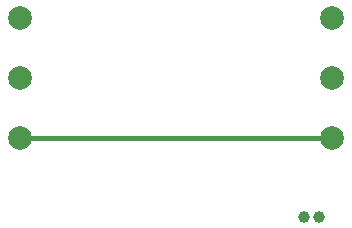
<source format=gbr>
%TF.GenerationSoftware,KiCad,Pcbnew,7.0.10*%
%TF.CreationDate,2024-04-17T22:46:39-04:00*%
%TF.ProjectId,kill-switch,6b696c6c-2d73-4776-9974-63682e6b6963,rev?*%
%TF.SameCoordinates,Original*%
%TF.FileFunction,Copper,L2,Bot*%
%TF.FilePolarity,Positive*%
%FSLAX46Y46*%
G04 Gerber Fmt 4.6, Leading zero omitted, Abs format (unit mm)*
G04 Created by KiCad (PCBNEW 7.0.10) date 2024-04-17 22:46:39*
%MOMM*%
%LPD*%
G01*
G04 APERTURE LIST*
%TA.AperFunction,ComponentPad*%
%ADD10C,2.000000*%
%TD*%
%TA.AperFunction,ComponentPad*%
%ADD11C,1.000000*%
%TD*%
%TA.AperFunction,Conductor*%
%ADD12C,0.400000*%
%TD*%
G04 APERTURE END LIST*
D10*
%TO.P,S1,1,COM*%
%TO.N,Net-(S1-COM)*%
X65800000Y-62000000D03*
%TO.P,S1,2,NO*%
%TO.N,unconnected-(S1-NO-Pad2)*%
X65800000Y-56920000D03*
%TO.P,S1,3,NC*%
%TO.N,Net-(S1-NC)*%
X65800000Y-51840000D03*
%TD*%
%TO.P,S2,1,COM*%
%TO.N,Net-(S1-COM)*%
X92200000Y-62000000D03*
%TO.P,S2,2,NO*%
%TO.N,unconnected-(S2-NO-Pad2)*%
X92200000Y-56920000D03*
%TO.P,S2,3,NC*%
%TO.N,Net-(S2-NC)*%
X92200000Y-51840000D03*
%TD*%
D11*
%TO.P,J1,1*%
%TO.N,Net-(S2-NC)*%
X91100000Y-68700000D03*
%TO.P,J1,2*%
%TO.N,Net-(S1-NC)*%
X89850000Y-68700000D03*
%TD*%
D12*
%TO.N,Net-(S1-COM)*%
X65800000Y-62000000D02*
X92200000Y-62000000D01*
%TD*%
M02*

</source>
